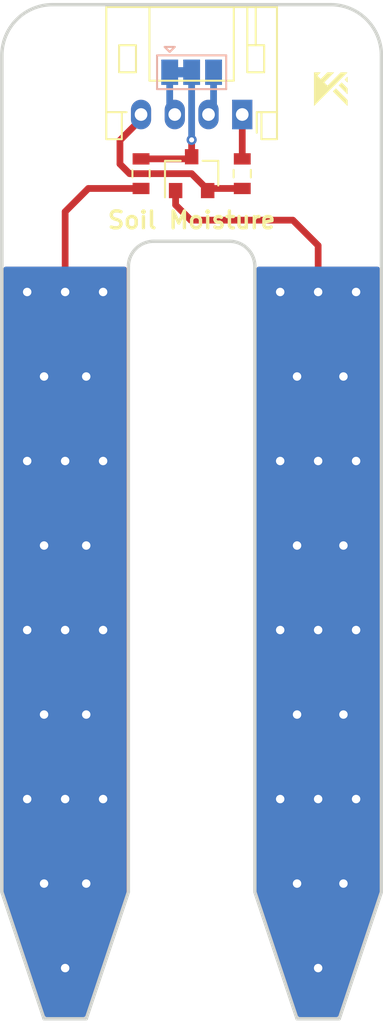
<source format=kicad_pcb>
(kicad_pcb (version 20171130) (host pcbnew "(5.0.0-rc2-dev-378-g94dbcc719)")

  (general
    (thickness 1.6)
    (drawings 21)
    (tracks 69)
    (zones 0)
    (modules 6)
    (nets 8)
  )

  (page A4)
  (layers
    (0 F.Cu signal)
    (31 B.Cu signal)
    (32 B.Adhes user)
    (33 F.Adhes user)
    (34 B.Paste user)
    (35 F.Paste user)
    (36 B.SilkS user)
    (37 F.SilkS user)
    (38 B.Mask user)
    (39 F.Mask user)
    (40 Dwgs.User user)
    (41 Cmts.User user)
    (42 Eco1.User user)
    (43 Eco2.User user)
    (44 Edge.Cuts user)
    (45 Margin user)
    (46 B.CrtYd user)
    (47 F.CrtYd user)
    (48 B.Fab user hide)
    (49 F.Fab user hide)
  )

  (setup
    (last_trace_width 0.4)
    (user_trace_width 0.25)
    (user_trace_width 0.3)
    (user_trace_width 0.4)
    (user_trace_width 0.5)
    (trace_clearance 0.2)
    (zone_clearance 0)
    (zone_45_only no)
    (trace_min 0.2)
    (segment_width 0.2)
    (edge_width 0.2)
    (via_size 0.6)
    (via_drill 0.3)
    (via_min_size 0.6)
    (via_min_drill 0.3)
    (user_via 0.6 0.3)
    (user_via 1 0.5)
    (uvia_size 0.3)
    (uvia_drill 0.1)
    (uvias_allowed no)
    (uvia_min_size 0.2)
    (uvia_min_drill 0.1)
    (pcb_text_width 0.3)
    (pcb_text_size 1.5 1.5)
    (mod_edge_width 0.15)
    (mod_text_size 1 1)
    (mod_text_width 0.15)
    (pad_size 1.524 1.524)
    (pad_drill 0.762)
    (pad_to_mask_clearance 0.2)
    (aux_axis_origin 0 0)
    (visible_elements 7FFFFFFF)
    (pcbplotparams
      (layerselection 0x010fc_ffffffff)
      (usegerberextensions false)
      (usegerberattributes false)
      (usegerberadvancedattributes false)
      (creategerberjobfile false)
      (excludeedgelayer true)
      (linewidth 0.100000)
      (plotframeref false)
      (viasonmask false)
      (mode 1)
      (useauxorigin false)
      (hpglpennumber 1)
      (hpglpenspeed 20)
      (hpglpendiameter 15)
      (psnegative false)
      (psa4output false)
      (plotreference true)
      (plotvalue true)
      (plotinvisibletext false)
      (padsonsilk false)
      (subtractmaskfromsilk false)
      (outputformat 1)
      (mirror false)
      (drillshape 1)
      (scaleselection 1)
      (outputdirectory ""))
  )

  (net 0 "")
  (net 1 GND)
  (net 2 VCC)
  (net 3 EN)
  (net 4 SIG)
  (net 5 VDD)
  (net 6 PROBE1)
  (net 7 PROBE2)

  (net_class Default "This is the default net class."
    (clearance 0.2)
    (trace_width 0.25)
    (via_dia 0.6)
    (via_drill 0.3)
    (uvia_dia 0.3)
    (uvia_drill 0.1)
    (add_net EN)
    (add_net GND)
    (add_net PROBE1)
    (add_net PROBE2)
    (add_net SIG)
    (add_net VCC)
    (add_net VDD)
  )

  (module Connector_JST:JST_PH_S4B-PH-K_1x04_P2.00mm_Horizontal (layer F.Cu) (tedit 5AD0200D) (tstamp 5AD062A0)
    (at 134.25 86 180)
    (descr "JST PH series connector, S4B-PH-K (http://www.jst-mfg.com/product/pdf/eng/ePH.pdf), generated with kicad-footprint-generator")
    (tags "connector JST PH top entry")
    (path /5AD17E67)
    (fp_text reference J1 (at -3.5 1) (layer F.SilkS) hide
      (effects (font (size 1 1) (thickness 0.15)))
    )
    (fp_text value Conn_01x04 (at 3 7.45 180) (layer F.Fab)
      (effects (font (size 1 1) (thickness 0.15)))
    )
    (fp_line (start -0.86 0.14) (end -1.14 0.14) (layer F.SilkS) (width 0.12))
    (fp_line (start -1.14 0.14) (end -1.14 -1.46) (layer F.SilkS) (width 0.12))
    (fp_line (start -1.14 -1.46) (end -2.06 -1.46) (layer F.SilkS) (width 0.12))
    (fp_line (start -2.06 -1.46) (end -2.06 6.36) (layer F.SilkS) (width 0.12))
    (fp_line (start -2.06 6.36) (end 8.06 6.36) (layer F.SilkS) (width 0.12))
    (fp_line (start 8.06 6.36) (end 8.06 -1.46) (layer F.SilkS) (width 0.12))
    (fp_line (start 8.06 -1.46) (end 7.14 -1.46) (layer F.SilkS) (width 0.12))
    (fp_line (start 7.14 -1.46) (end 7.14 0.14) (layer F.SilkS) (width 0.12))
    (fp_line (start 7.14 0.14) (end 6.86 0.14) (layer F.SilkS) (width 0.12))
    (fp_line (start 0.5 6.36) (end 0.5 2) (layer F.SilkS) (width 0.12))
    (fp_line (start 0.5 2) (end 5.5 2) (layer F.SilkS) (width 0.12))
    (fp_line (start 5.5 2) (end 5.5 6.36) (layer F.SilkS) (width 0.12))
    (fp_line (start -2.06 0.14) (end -1.14 0.14) (layer F.SilkS) (width 0.12))
    (fp_line (start 8.06 0.14) (end 7.14 0.14) (layer F.SilkS) (width 0.12))
    (fp_line (start -1.3 2.5) (end -1.3 4.1) (layer F.SilkS) (width 0.12))
    (fp_line (start -1.3 4.1) (end -0.3 4.1) (layer F.SilkS) (width 0.12))
    (fp_line (start -0.3 4.1) (end -0.3 2.5) (layer F.SilkS) (width 0.12))
    (fp_line (start -0.3 2.5) (end -1.3 2.5) (layer F.SilkS) (width 0.12))
    (fp_line (start 7.3 2.5) (end 7.3 4.1) (layer F.SilkS) (width 0.12))
    (fp_line (start 7.3 4.1) (end 6.3 4.1) (layer F.SilkS) (width 0.12))
    (fp_line (start 6.3 4.1) (end 6.3 2.5) (layer F.SilkS) (width 0.12))
    (fp_line (start 6.3 2.5) (end 7.3 2.5) (layer F.SilkS) (width 0.12))
    (fp_line (start -0.3 4.1) (end -0.3 6.36) (layer F.SilkS) (width 0.12))
    (fp_line (start -0.8 4.1) (end -0.8 6.36) (layer F.SilkS) (width 0.12))
    (fp_line (start -2.45 -1.85) (end -2.45 6.75) (layer F.CrtYd) (width 0.05))
    (fp_line (start -2.45 6.75) (end 8.45 6.75) (layer F.CrtYd) (width 0.05))
    (fp_line (start 8.45 6.75) (end 8.45 -1.85) (layer F.CrtYd) (width 0.05))
    (fp_line (start 8.45 -1.85) (end -2.45 -1.85) (layer F.CrtYd) (width 0.05))
    (fp_line (start -1.25 0.25) (end -1.25 -1.35) (layer F.Fab) (width 0.1))
    (fp_line (start -1.25 -1.35) (end -1.95 -1.35) (layer F.Fab) (width 0.1))
    (fp_line (start -1.95 -1.35) (end -1.95 6.25) (layer F.Fab) (width 0.1))
    (fp_line (start -1.95 6.25) (end 7.95 6.25) (layer F.Fab) (width 0.1))
    (fp_line (start 7.95 6.25) (end 7.95 -1.35) (layer F.Fab) (width 0.1))
    (fp_line (start 7.95 -1.35) (end 7.25 -1.35) (layer F.Fab) (width 0.1))
    (fp_line (start 7.25 -1.35) (end 7.25 0.25) (layer F.Fab) (width 0.1))
    (fp_line (start 7.25 0.25) (end -1.25 0.25) (layer F.Fab) (width 0.1))
    (fp_line (start -0.86 0.14) (end -0.86 -1.075) (layer F.SilkS) (width 0.12))
    (fp_line (start 0 0.875) (end -0.5 1.375) (layer F.Fab) (width 0.1))
    (fp_line (start -0.5 1.375) (end 0.5 1.375) (layer F.Fab) (width 0.1))
    (fp_line (start 0.5 1.375) (end 0 0.875) (layer F.Fab) (width 0.1))
    (fp_text user %R (at 3 2.5 180) (layer F.Fab)
      (effects (font (size 1 1) (thickness 0.15)))
    )
    (pad 1 thru_hole rect (at 0 0 180) (size 1.2 1.75) (drill 0.75) (layers *.Cu *.Mask)
      (net 1 GND))
    (pad 2 thru_hole oval (at 2 0 180) (size 1.2 1.75) (drill 0.75) (layers *.Cu *.Mask)
      (net 2 VCC))
    (pad 3 thru_hole oval (at 4 0 180) (size 1.2 1.75) (drill 0.75) (layers *.Cu *.Mask)
      (net 3 EN))
    (pad 4 thru_hole oval (at 6 0 180) (size 1.2 1.75) (drill 0.75) (layers *.Cu *.Mask)
      (net 4 SIG))
    (model ${KISYS3DMOD}/Connector_JST.3dshapes/JST_PH_S4B-PH-K_1x04_P2.00mm_Horizontal.wrl
      (at (xyz 0 0 0))
      (scale (xyz 1 1 1))
      (rotate (xyz 0 0 0))
    )
  )

  (module Jumper:SolderJumper-3_P1.3mm_Bridged12_Pad1.0x1.5mm (layer B.Cu) (tedit 5AD02088) (tstamp 5AD062B3)
    (at 131.25 83.5)
    (descr "SMD Solder 3-pad Jumper, 1x1.5mm Pads, 0.3mm gap, pads 1-2 bridged with 1 copper strip")
    (tags "solder jumper open")
    (path /5AD17D23)
    (attr virtual)
    (fp_text reference JP1 (at 0 1.8) (layer B.SilkS) hide
      (effects (font (size 1 1) (thickness 0.15)) (justify mirror))
    )
    (fp_text value POWER_SEL (at 0 -2) (layer B.Fab)
      (effects (font (size 1 1) (thickness 0.15)) (justify mirror))
    )
    (fp_line (start -1.3 -1.2) (end -1 -1.5) (layer B.SilkS) (width 0.12))
    (fp_line (start -1.6 -1.5) (end -1 -1.5) (layer B.SilkS) (width 0.12))
    (fp_line (start -1.3 -1.2) (end -1.6 -1.5) (layer B.SilkS) (width 0.12))
    (fp_line (start -2.05 -1) (end -2.05 1) (layer B.SilkS) (width 0.12))
    (fp_line (start 2.05 -1) (end -2.05 -1) (layer B.SilkS) (width 0.12))
    (fp_line (start 2.05 1) (end 2.05 -1) (layer B.SilkS) (width 0.12))
    (fp_line (start -2.05 1) (end 2.05 1) (layer B.SilkS) (width 0.12))
    (fp_line (start -2.3 1.25) (end 2.3 1.25) (layer B.CrtYd) (width 0.05))
    (fp_line (start -2.3 1.25) (end -2.3 -1.25) (layer B.CrtYd) (width 0.05))
    (fp_line (start 2.3 -1.25) (end 2.3 1.25) (layer B.CrtYd) (width 0.05))
    (fp_line (start 2.3 -1.25) (end -2.3 -1.25) (layer B.CrtYd) (width 0.05))
    (pad 3 smd rect (at 1.3 0) (size 1 1.5) (layers B.Cu B.Mask)
      (net 2 VCC))
    (pad 2 smd rect (at 0 0) (size 1 1.5) (layers B.Cu B.Mask)
      (net 5 VDD))
    (pad 1 smd rect (at -1.3 0) (size 1 1.5) (layers B.Cu B.Mask)
      (net 3 EN))
    (pad 1 smd rect (at -0.65 0) (size 0.5 0.6) (layers B.Cu B.Mask)
      (net 3 EN))
  )

  (module Package_TO_SOT_SMD:SOT-23 (layer F.Cu) (tedit 5AD02011) (tstamp 5AD062C8)
    (at 131.25 89.5 90)
    (descr "SOT-23, Standard")
    (tags SOT-23)
    (path /5AD1785F)
    (attr smd)
    (fp_text reference Q1 (at -2.25 0.25 180) (layer F.SilkS) hide
      (effects (font (size 1 1) (thickness 0.15)))
    )
    (fp_text value MMBT2222ALT1G (at 0 2.5 90) (layer F.Fab)
      (effects (font (size 1 1) (thickness 0.15)))
    )
    (fp_text user %R (at 0 0 180) (layer F.Fab)
      (effects (font (size 0.5 0.5) (thickness 0.075)))
    )
    (fp_line (start -0.7 -0.95) (end -0.7 1.5) (layer F.Fab) (width 0.1))
    (fp_line (start -0.15 -1.52) (end 0.7 -1.52) (layer F.Fab) (width 0.1))
    (fp_line (start -0.7 -0.95) (end -0.15 -1.52) (layer F.Fab) (width 0.1))
    (fp_line (start 0.7 -1.52) (end 0.7 1.52) (layer F.Fab) (width 0.1))
    (fp_line (start -0.7 1.52) (end 0.7 1.52) (layer F.Fab) (width 0.1))
    (fp_line (start 0.76 1.58) (end 0.76 0.65) (layer F.SilkS) (width 0.12))
    (fp_line (start 0.76 -1.58) (end 0.76 -0.65) (layer F.SilkS) (width 0.12))
    (fp_line (start -1.7 -1.75) (end 1.7 -1.75) (layer F.CrtYd) (width 0.05))
    (fp_line (start 1.7 -1.75) (end 1.7 1.75) (layer F.CrtYd) (width 0.05))
    (fp_line (start 1.7 1.75) (end -1.7 1.75) (layer F.CrtYd) (width 0.05))
    (fp_line (start -1.7 1.75) (end -1.7 -1.75) (layer F.CrtYd) (width 0.05))
    (fp_line (start 0.76 -1.58) (end -1.4 -1.58) (layer F.SilkS) (width 0.12))
    (fp_line (start 0.76 1.58) (end -0.7 1.58) (layer F.SilkS) (width 0.12))
    (pad 1 smd rect (at -1 -0.95 90) (size 0.9 0.8) (layers F.Cu F.Paste F.Mask)
      (net 6 PROBE1))
    (pad 2 smd rect (at -1 0.95 90) (size 0.9 0.8) (layers F.Cu F.Paste F.Mask)
      (net 4 SIG))
    (pad 3 smd rect (at 1 0 90) (size 0.9 0.8) (layers F.Cu F.Paste F.Mask)
      (net 5 VDD))
    (model ${KISYS3DMOD}/Package_TO_SOT_SMD.3dshapes/SOT-23.wrl
      (at (xyz 0 0 0))
      (scale (xyz 1 1 1))
      (rotate (xyz 0 0 0))
    )
  )

  (module Resistor_SMD:R_0603_1608Metric (layer F.Cu) (tedit 5AD02046) (tstamp 5AD062D9)
    (at 134.25 89.5 90)
    (descr "Resistor SMD 0603 (1608 Metric), square (rectangular) end terminal, IPC_7351 nominal, (Body size source: http://www.tortai-tech.com/upload/download/2011102023233369053.pdf), generated with kicad-footprint-generator")
    (tags resistor)
    (path /5AD17961)
    (attr smd)
    (fp_text reference R1 (at 0 -1.65 90) (layer F.SilkS) hide
      (effects (font (size 1 1) (thickness 0.15)))
    )
    (fp_text value 10K (at 0 1.65 90) (layer F.Fab)
      (effects (font (size 1 1) (thickness 0.15)))
    )
    (fp_line (start -0.8 0.4) (end -0.8 -0.4) (layer F.Fab) (width 0.1))
    (fp_line (start -0.8 -0.4) (end 0.8 -0.4) (layer F.Fab) (width 0.1))
    (fp_line (start 0.8 -0.4) (end 0.8 0.4) (layer F.Fab) (width 0.1))
    (fp_line (start 0.8 0.4) (end -0.8 0.4) (layer F.Fab) (width 0.1))
    (fp_line (start -0.22 -0.51) (end 0.22 -0.51) (layer F.SilkS) (width 0.12))
    (fp_line (start -0.22 0.51) (end 0.22 0.51) (layer F.SilkS) (width 0.12))
    (fp_line (start -1.46 0.75) (end -1.46 -0.75) (layer F.CrtYd) (width 0.05))
    (fp_line (start -1.46 -0.75) (end 1.46 -0.75) (layer F.CrtYd) (width 0.05))
    (fp_line (start 1.46 -0.75) (end 1.46 0.75) (layer F.CrtYd) (width 0.05))
    (fp_line (start 1.46 0.75) (end -1.46 0.75) (layer F.CrtYd) (width 0.05))
    (fp_text user %R (at 0 0 90) (layer F.Fab)
      (effects (font (size 0.5 0.5) (thickness 0.08)))
    )
    (pad 1 smd rect (at -0.875 0 90) (size 0.67 1) (layers F.Cu F.Paste F.Mask)
      (net 4 SIG))
    (pad 2 smd rect (at 0.875 0 90) (size 0.67 1) (layers F.Cu F.Paste F.Mask)
      (net 1 GND))
    (model ${KISYS3DMOD}/Resistor_SMD.3dshapes/R_0603_1608Metric.wrl
      (at (xyz 0 0 0))
      (scale (xyz 1 1 1))
      (rotate (xyz 0 0 0))
    )
  )

  (module Resistor_SMD:R_0603_1608Metric (layer F.Cu) (tedit 5AD02018) (tstamp 5AD062EA)
    (at 128.25 89.5 270)
    (descr "Resistor SMD 0603 (1608 Metric), square (rectangular) end terminal, IPC_7351 nominal, (Body size source: http://www.tortai-tech.com/upload/download/2011102023233369053.pdf), generated with kicad-footprint-generator")
    (tags resistor)
    (path /5AD17AF9)
    (attr smd)
    (fp_text reference R2 (at 0 -1.65 270) (layer F.SilkS) hide
      (effects (font (size 1 1) (thickness 0.15)))
    )
    (fp_text value 100 (at 0 1.65 270) (layer F.Fab)
      (effects (font (size 1 1) (thickness 0.15)))
    )
    (fp_text user %R (at 0 0 270) (layer F.Fab)
      (effects (font (size 0.5 0.5) (thickness 0.08)))
    )
    (fp_line (start 1.46 0.75) (end -1.46 0.75) (layer F.CrtYd) (width 0.05))
    (fp_line (start 1.46 -0.75) (end 1.46 0.75) (layer F.CrtYd) (width 0.05))
    (fp_line (start -1.46 -0.75) (end 1.46 -0.75) (layer F.CrtYd) (width 0.05))
    (fp_line (start -1.46 0.75) (end -1.46 -0.75) (layer F.CrtYd) (width 0.05))
    (fp_line (start -0.22 0.51) (end 0.22 0.51) (layer F.SilkS) (width 0.12))
    (fp_line (start -0.22 -0.51) (end 0.22 -0.51) (layer F.SilkS) (width 0.12))
    (fp_line (start 0.8 0.4) (end -0.8 0.4) (layer F.Fab) (width 0.1))
    (fp_line (start 0.8 -0.4) (end 0.8 0.4) (layer F.Fab) (width 0.1))
    (fp_line (start -0.8 -0.4) (end 0.8 -0.4) (layer F.Fab) (width 0.1))
    (fp_line (start -0.8 0.4) (end -0.8 -0.4) (layer F.Fab) (width 0.1))
    (pad 2 smd rect (at 0.875 0 270) (size 0.67 1) (layers F.Cu F.Paste F.Mask)
      (net 7 PROBE2))
    (pad 1 smd rect (at -0.875 0 270) (size 0.67 1) (layers F.Cu F.Paste F.Mask)
      (net 5 VDD))
    (model ${KISYS3DMOD}/Resistor_SMD.3dshapes/R_0603_1608Metric.wrl
      (at (xyz 0 0 0))
      (scale (xyz 1 1 1))
      (rotate (xyz 0 0 0))
    )
  )

  (module GiraffeTech-Utility:MakerPlayground_logo_2x2mm (layer F.Cu) (tedit 0) (tstamp 5AD06B43)
    (at 139.5 84.5)
    (fp_text reference G*** (at 0 0) (layer F.SilkS) hide
      (effects (font (size 1.524 1.524) (thickness 0.3)))
    )
    (fp_text value LOGO (at 0.75 0) (layer F.SilkS) hide
      (effects (font (size 1.524 1.524) (thickness 0.3)))
    )
    (fp_poly (pts (xy 0.992188 -0.564543) (xy 0.992164 -0.528929) (xy 0.992097 -0.495895) (xy 0.991991 -0.466261)
      (xy 0.991852 -0.440843) (xy 0.991684 -0.420459) (xy 0.991492 -0.405926) (xy 0.991282 -0.398062)
      (xy 0.99116 -0.396875) (xy 0.988207 -0.399571) (xy 0.980351 -0.407199) (xy 0.968291 -0.419067)
      (xy 0.952725 -0.434484) (xy 0.934354 -0.452758) (xy 0.913876 -0.4732) (xy 0.906847 -0.480231)
      (xy 0.823563 -0.563586) (xy 0.907875 -0.647899) (xy 0.992188 -0.732211) (xy 0.992188 -0.564543)) (layer F.SilkS) (width 0.01))
    (fp_poly (pts (xy 0.992272 -0.049513) (xy 0.991238 0.124084) (xy 0.990203 0.297682) (xy 0.731231 0.038685)
      (xy 0.472259 -0.220311) (xy 0.559597 -0.307581) (xy 0.646934 -0.394851) (xy 0.992272 -0.049513)) (layer F.SilkS) (width 0.01))
    (fp_poly (pts (xy 0.306845 -0.036934) (xy 0.315366 -0.028902) (xy 0.328804 -0.015931) (xy 0.346812 0.001638)
      (xy 0.369045 0.023463) (xy 0.39516 0.049204) (xy 0.424812 0.078521) (xy 0.457655 0.111071)
      (xy 0.493344 0.146515) (xy 0.531535 0.184511) (xy 0.571883 0.224719) (xy 0.614044 0.266798)
      (xy 0.649934 0.302669) (xy 0.992273 0.645025) (xy 0.990203 0.990203) (xy 0.559594 0.560703)
      (xy 0.128984 0.131202) (xy 0.214278 0.045757) (xy 0.235683 0.024442) (xy 0.255382 0.005068)
      (xy 0.272657 -0.011676) (xy 0.28679 -0.025103) (xy 0.297063 -0.034528) (xy 0.302757 -0.039261)
      (xy 0.303583 -0.039687) (xy 0.306845 -0.036934)) (layer F.SilkS) (width 0.01))
    (fp_poly (pts (xy 0.790777 -0.991434) (xy 0.988227 -0.990203) (xy -0.992187 0.990197) (xy -0.992187 -0.992187)
      (xy -0.601395 -0.992187) (xy -0.646963 -0.945555) (xy -0.665935 -0.926151) (xy -0.688266 -0.903332)
      (xy -0.711752 -0.879346) (xy -0.734194 -0.856442) (xy -0.745114 -0.845303) (xy -0.797697 -0.791685)
      (xy -0.698482 -0.692529) (xy -0.599266 -0.593373) (xy -0.399829 -0.79278) (xy -0.200393 -0.992187)
      (xy 0.195473 -0.992187) (xy -0.099139 -0.695955) (xy -0.39375 -0.399723) (xy -0.194618 -0.200591)
      (xy 0.199355 -0.596628) (xy 0.593328 -0.992663) (xy 0.790777 -0.991434)) (layer F.SilkS) (width 0.01))
  )

  (gr_arc (start 139.5 82.5) (end 142.5 82.5) (angle -90) (layer Edge.Cuts) (width 0.2))
  (gr_arc (start 123 82.5) (end 123 79.5) (angle -90) (layer Edge.Cuts) (width 0.2))
  (gr_text "Soil Moisture" (at 131.25 92.25) (layer F.SilkS)
    (effects (font (size 1 1) (thickness 0.2)))
  )
  (gr_poly (pts (xy 135 95) (xy 142.5 95) (xy 142.5 139.75) (xy 135 139.75)) (layer B.Mask) (width 0.15) (tstamp 5AD06B24))
  (gr_poly (pts (xy 120 95) (xy 127.5 95) (xy 127.5 139.75) (xy 120 139.75)) (layer B.Mask) (width 0.15) (tstamp 5AD06B18))
  (gr_poly (pts (xy 135 95) (xy 142.5 95) (xy 142.5 139.75) (xy 135 139.75)) (layer F.Mask) (width 0.15) (tstamp 5AD06ABE))
  (gr_poly (pts (xy 120 95) (xy 127.5 95) (xy 127.5 139.75) (xy 120 139.75)) (layer F.Mask) (width 0.15))
  (gr_line (start 123 79.5) (end 139.5 79.5) (layer Edge.Cuts) (width 0.2))
  (gr_line (start 129 93.5) (end 133.5 93.5) (layer Edge.Cuts) (width 0.2))
  (gr_arc (start 133.5 95) (end 135 95) (angle -90) (layer Edge.Cuts) (width 0.2))
  (gr_arc (start 129 95) (end 129 93.5) (angle -90) (layer Edge.Cuts) (width 0.2))
  (gr_line (start 140 139.5) (end 142.5 132) (layer Edge.Cuts) (width 0.2) (tstamp 5AD064D0))
  (gr_line (start 142.5 82.5) (end 142.5 132) (layer Edge.Cuts) (width 0.2) (tstamp 5AD064CF))
  (gr_line (start 135 95) (end 135 132) (layer Edge.Cuts) (width 0.2) (tstamp 5AD064CE))
  (gr_line (start 135 132) (end 137.5 139.5) (layer Edge.Cuts) (width 0.2) (tstamp 5AD064CD))
  (gr_line (start 137.5 139.5) (end 140 139.5) (layer Edge.Cuts) (width 0.2) (tstamp 5AD064CC))
  (gr_line (start 125 139.5) (end 127.5 132) (layer Edge.Cuts) (width 0.2))
  (gr_line (start 120 132) (end 122.5 139.5) (layer Edge.Cuts) (width 0.2))
  (gr_line (start 122.5 139.5) (end 125 139.5) (layer Edge.Cuts) (width 0.2))
  (gr_line (start 127.5 95) (end 127.5 132) (layer Edge.Cuts) (width 0.2) (tstamp 5AD06459))
  (gr_line (start 120 82.5) (end 120 132) (layer Edge.Cuts) (width 0.2))

  (segment (start 134.25 86) (end 134.25 88.625) (width 0.4) (layer F.Cu) (net 1))
  (segment (start 132.55 85.7) (end 132.25 86) (width 0.4) (layer B.Cu) (net 2))
  (segment (start 132.55 83.5) (end 132.55 85.7) (width 0.4) (layer B.Cu) (net 2))
  (segment (start 129.95 85.7) (end 130.25 86) (width 0.4) (layer B.Cu) (net 3))
  (segment (start 129.95 83.5) (end 129.95 85.7) (width 0.4) (layer B.Cu) (net 3))
  (segment (start 132.2 90.45) (end 132.2 90.5) (width 0.4) (layer F.Cu) (net 4))
  (segment (start 128.25 86.275) (end 127 87.525) (width 0.4) (layer F.Cu) (net 4))
  (segment (start 128.25 86) (end 128.25 86.275) (width 0.4) (layer F.Cu) (net 4))
  (segment (start 127 87.525) (end 127 88.930002) (width 0.4) (layer F.Cu) (net 4))
  (segment (start 127 88.930002) (end 127.569998 89.5) (width 0.4) (layer F.Cu) (net 4))
  (segment (start 127.569998 89.5) (end 131.25 89.5) (width 0.4) (layer F.Cu) (net 4))
  (segment (start 131.25 89.5) (end 132.2 90.45) (width 0.4) (layer F.Cu) (net 4))
  (segment (start 132.325 90.375) (end 132.2 90.5) (width 0.4) (layer F.Cu) (net 4))
  (segment (start 134.25 90.375) (end 132.325 90.375) (width 0.4) (layer F.Cu) (net 4))
  (segment (start 131.125 88.625) (end 131.25 88.5) (width 0.4) (layer F.Cu) (net 5))
  (segment (start 128.25 88.625) (end 131.125 88.625) (width 0.4) (layer F.Cu) (net 5))
  (via (at 131.25 87.5) (size 0.6) (drill 0.3) (layers F.Cu B.Cu) (net 5))
  (segment (start 131.25 83.5) (end 131.25 87.5) (width 0.4) (layer B.Cu) (net 5))
  (segment (start 131.25 87.5) (end 131.25 88.5) (width 0.4) (layer F.Cu) (net 5))
  (segment (start 130.3 91.35) (end 131.2 92.25) (width 0.4) (layer F.Cu) (net 6))
  (segment (start 130.3 90.5) (end 130.3 91.35) (width 0.4) (layer F.Cu) (net 6))
  (segment (start 131.2 92.25) (end 137.25 92.25) (width 0.4) (layer F.Cu) (net 6))
  (via (at 138.75 96.5) (size 1) (drill 0.5) (layers F.Cu B.Cu) (net 6))
  (segment (start 137.25 92.25) (end 138.75 93.75) (width 0.4) (layer F.Cu) (net 6))
  (segment (start 138.75 93.75) (end 138.75 96.5) (width 0.4) (layer F.Cu) (net 6))
  (via (at 136.5 96.5) (size 1) (drill 0.5) (layers F.Cu B.Cu) (net 6))
  (via (at 141 96.5) (size 1) (drill 0.5) (layers F.Cu B.Cu) (net 6))
  (via (at 137.5 101.5) (size 1) (drill 0.5) (layers F.Cu B.Cu) (net 6) (tstamp 5AD06ADF))
  (via (at 140.25 101.5) (size 1) (drill 0.5) (layers F.Cu B.Cu) (net 6) (tstamp 5AD06AE1))
  (via (at 136.5 106.5) (size 1) (drill 0.5) (layers F.Cu B.Cu) (net 6) (tstamp 5AD06AE3))
  (via (at 138.75 106.5) (size 1) (drill 0.5) (layers F.Cu B.Cu) (net 6) (tstamp 5AD06AE5))
  (via (at 141 106.5) (size 1) (drill 0.5) (layers F.Cu B.Cu) (net 6) (tstamp 5AD06AE7))
  (via (at 137.5 111.5) (size 1) (drill 0.5) (layers F.Cu B.Cu) (net 6) (tstamp 5AD06AE9))
  (via (at 140.25 111.5) (size 1) (drill 0.5) (layers F.Cu B.Cu) (net 6) (tstamp 5AD06AEB))
  (via (at 136.5 116.5) (size 1) (drill 0.5) (layers F.Cu B.Cu) (net 6) (tstamp 5AD06AED))
  (via (at 138.75 116.5) (size 1) (drill 0.5) (layers F.Cu B.Cu) (net 6) (tstamp 5AD06AEF))
  (via (at 141 116.5) (size 1) (drill 0.5) (layers F.Cu B.Cu) (net 6) (tstamp 5AD06AF1))
  (via (at 137.5 121.5) (size 1) (drill 0.5) (layers F.Cu B.Cu) (net 6) (tstamp 5AD06AF3))
  (via (at 140.25 121.5) (size 1) (drill 0.5) (layers F.Cu B.Cu) (net 6) (tstamp 5AD06AF5))
  (via (at 136.5 126.5) (size 1) (drill 0.5) (layers F.Cu B.Cu) (net 6) (tstamp 5AD06AF7))
  (via (at 138.75 126.5) (size 1) (drill 0.5) (layers F.Cu B.Cu) (net 6) (tstamp 5AD06AF9))
  (via (at 141 126.5) (size 1) (drill 0.5) (layers F.Cu B.Cu) (net 6) (tstamp 5AD06AFB))
  (via (at 137.5 131.5) (size 1) (drill 0.5) (layers F.Cu B.Cu) (net 6) (tstamp 5AD06AFD))
  (via (at 140.25 131.5) (size 1) (drill 0.5) (layers F.Cu B.Cu) (net 6) (tstamp 5AD06AFF))
  (via (at 138.75 136.5) (size 1) (drill 0.5) (layers F.Cu B.Cu) (net 6) (tstamp 5AD06B03))
  (via (at 121.5 96.5) (size 1) (drill 0.5) (layers F.Cu B.Cu) (net 7))
  (via (at 126 96.5) (size 1) (drill 0.5) (layers F.Cu B.Cu) (net 7) (tstamp 5AD06A40))
  (via (at 123.75 96.5) (size 1) (drill 0.5) (layers F.Cu B.Cu) (net 7))
  (segment (start 123.75 91.75) (end 123.75 96.5) (width 0.4) (layer F.Cu) (net 7))
  (segment (start 128.25 90.375) (end 125.125 90.375) (width 0.4) (layer F.Cu) (net 7))
  (segment (start 125.125 90.375) (end 123.75 91.75) (width 0.4) (layer F.Cu) (net 7))
  (via (at 125.000002 101.5) (size 1) (drill 0.5) (layers F.Cu B.Cu) (net 7))
  (via (at 122.5 101.5) (size 1) (drill 0.5) (layers F.Cu B.Cu) (net 7) (tstamp 5AD06A6C))
  (via (at 123.75 106.5) (size 1) (drill 0.5) (layers F.Cu B.Cu) (net 7))
  (via (at 121.5 106.5) (size 1) (drill 0.5) (layers F.Cu B.Cu) (net 7))
  (via (at 126 106.5) (size 1) (drill 0.5) (layers F.Cu B.Cu) (net 7))
  (via (at 125.000014 111.5) (size 1) (drill 0.5) (layers F.Cu B.Cu) (net 7) (tstamp 5AD06A7F))
  (via (at 122.500012 111.5) (size 1) (drill 0.5) (layers F.Cu B.Cu) (net 7) (tstamp 5AD06A80))
  (via (at 123.750012 116.5) (size 1) (drill 0.5) (layers F.Cu B.Cu) (net 7) (tstamp 5AD06A81))
  (via (at 121.500012 116.5) (size 1) (drill 0.5) (layers F.Cu B.Cu) (net 7) (tstamp 5AD06A82))
  (via (at 126.000012 116.5) (size 1) (drill 0.5) (layers F.Cu B.Cu) (net 7) (tstamp 5AD06A83))
  (via (at 125.000002 121.5) (size 1) (drill 0.5) (layers F.Cu B.Cu) (net 7) (tstamp 5AD06A91))
  (via (at 122.5 121.5) (size 1) (drill 0.5) (layers F.Cu B.Cu) (net 7) (tstamp 5AD06A92))
  (via (at 123.75 126.5) (size 1) (drill 0.5) (layers F.Cu B.Cu) (net 7) (tstamp 5AD06A93))
  (via (at 121.5 126.5) (size 1) (drill 0.5) (layers F.Cu B.Cu) (net 7) (tstamp 5AD06A94))
  (via (at 126 126.5) (size 1) (drill 0.5) (layers F.Cu B.Cu) (net 7) (tstamp 5AD06A95))
  (via (at 122.500012 131.5) (size 1) (drill 0.5) (layers F.Cu B.Cu) (net 7) (tstamp 5AD06A97))
  (via (at 123.750012 136.5) (size 1) (drill 0.5) (layers F.Cu B.Cu) (net 7) (tstamp 5AD06A98))
  (via (at 125.000014 131.5) (size 1) (drill 0.5) (layers F.Cu B.Cu) (net 7) (tstamp 5AD06A9A))

  (zone (net 7) (net_name PROBE2) (layer F.Cu) (tstamp 5AD06A57) (hatch edge 0.508)
    (priority 1)
    (connect_pads (clearance 0))
    (min_thickness 0.254)
    (fill yes (arc_segments 16) (thermal_gap 0.508) (thermal_bridge_width 0.508))
    (polygon
      (pts
        (xy 120 95) (xy 127.5 95) (xy 127.5 139.75) (xy 120 139.75)
      )
    )
    (filled_polygon
      (pts
        (xy 127.273001 131.963159) (xy 124.836389 139.273) (xy 122.663612 139.273) (xy 120.227 131.963165) (xy 120.227 95.127)
        (xy 127.273 95.127)
      )
    )
  )
  (zone (net 6) (net_name PROBE1) (layer F.Cu) (tstamp 5AD06AB9) (hatch edge 0.508)
    (priority 1)
    (connect_pads (clearance 0))
    (min_thickness 0.254)
    (fill yes (arc_segments 16) (thermal_gap 0.508) (thermal_bridge_width 0.508))
    (polygon
      (pts
        (xy 135 95) (xy 142.5 95) (xy 142.5 139.75) (xy 135 139.75)
      )
    )
    (filled_polygon
      (pts
        (xy 142.273001 131.963159) (xy 139.836389 139.273) (xy 137.663612 139.273) (xy 135.227 131.963165) (xy 135.227 95.127)
        (xy 142.273 95.127)
      )
    )
  )
  (zone (net 7) (net_name PROBE2) (layer B.Cu) (tstamp 5AD06B0A) (hatch edge 0.508)
    (priority 1)
    (connect_pads (clearance 0))
    (min_thickness 0.254)
    (fill yes (arc_segments 16) (thermal_gap 0.508) (thermal_bridge_width 0.508))
    (polygon
      (pts
        (xy 119.887932 95) (xy 127.387932 95) (xy 127.387932 139.75) (xy 119.887932 139.75)
      )
    )
    (filled_polygon
      (pts
        (xy 127.260932 131.999366) (xy 124.836389 139.273) (xy 122.663612 139.273) (xy 120.227 131.963165) (xy 120.227 95.127)
        (xy 127.260932 95.127)
      )
    )
  )
  (zone (net 6) (net_name PROBE1) (layer B.Cu) (tstamp 5AD06B2A) (hatch edge 0.508)
    (priority 1)
    (connect_pads (clearance 0))
    (min_thickness 0.254)
    (fill yes (arc_segments 16) (thermal_gap 0.508) (thermal_bridge_width 0.508))
    (polygon
      (pts
        (xy 135 95) (xy 142.5 95) (xy 142.5 139.75) (xy 135 139.75)
      )
    )
    (filled_polygon
      (pts
        (xy 142.273001 131.963159) (xy 139.836389 139.273) (xy 137.663612 139.273) (xy 135.227 131.963165) (xy 135.227 95.127)
        (xy 142.273 95.127)
      )
    )
  )
)

</source>
